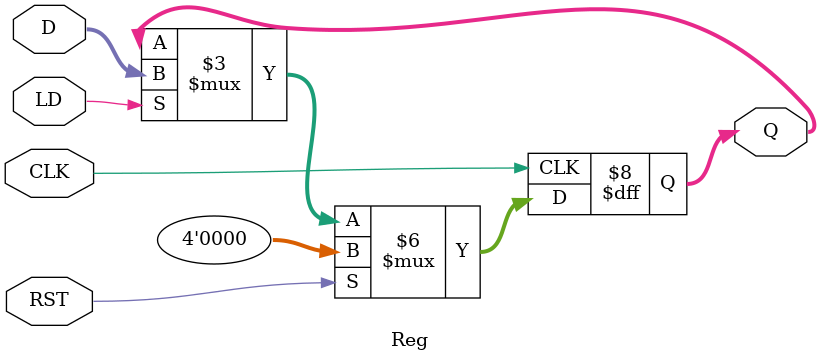
<source format=v>
`timescale 1ns / 1ps

module Reg(input CLK, RST, LD,
           input [3:0] D,
           output reg [3:0] Q);
always @(posedge CLK)
    begin
        if(RST)
            Q <= 0;
        else if(LD)
            Q <= D;
        else    Q[3:0] <= Q[3:0];
     end
endmodule

</source>
